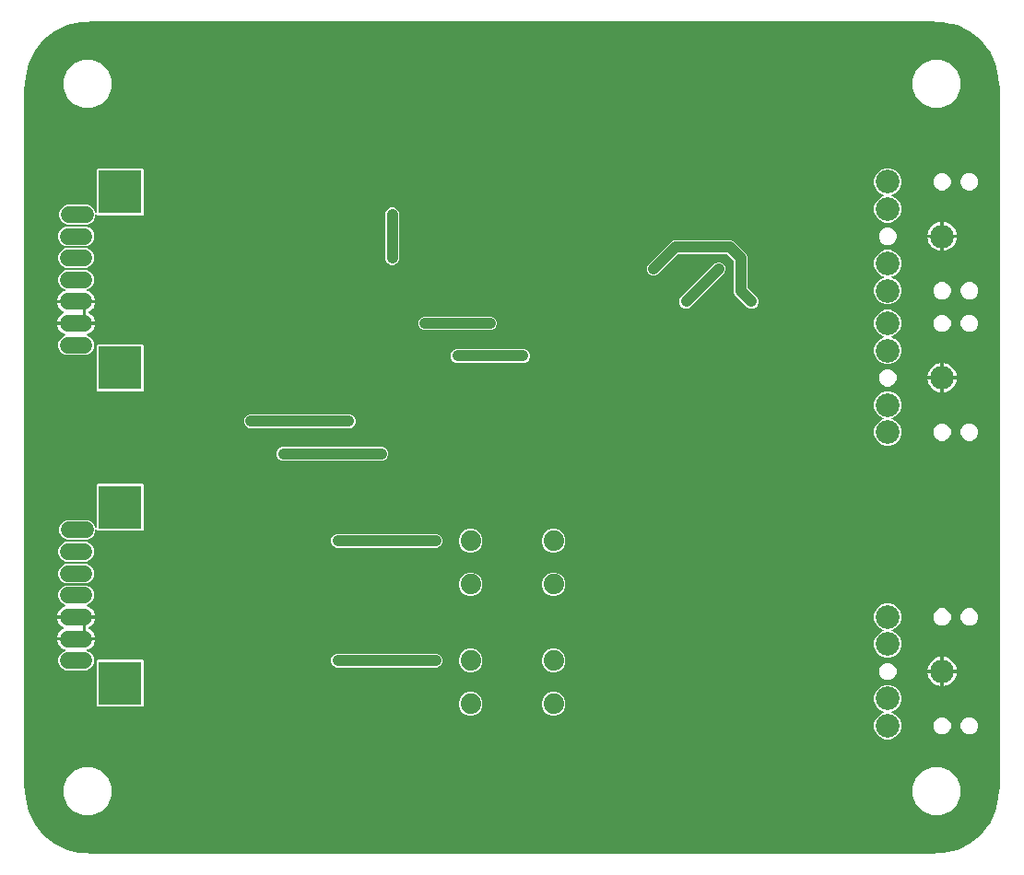
<source format=gbr>
G04 EAGLE Gerber RS-274X export*
G75*
%MOMM*%
%FSLAX34Y34*%
%LPD*%
%INBottom Copper*%
%IPPOS*%
%AMOC8*
5,1,8,0,0,1.08239X$1,22.5*%
G01*
%ADD10C,1.879600*%
%ADD11C,2.184400*%
%ADD12C,1.508000*%
%ADD13R,4.016000X4.016000*%
%ADD14C,0.756400*%
%ADD15C,1.000000*%

G36*
X837868Y2015D02*
X837868Y2015D01*
X837959Y2023D01*
X837989Y2035D01*
X838021Y2040D01*
X838102Y2083D01*
X838186Y2119D01*
X838218Y2145D01*
X838238Y2156D01*
X838261Y2179D01*
X838317Y2224D01*
X838856Y2763D01*
X840000Y2763D01*
X840016Y2765D01*
X840043Y2764D01*
X846366Y3119D01*
X846398Y3126D01*
X846493Y3137D01*
X858822Y5951D01*
X858823Y5952D01*
X858825Y5952D01*
X858983Y6007D01*
X870377Y11495D01*
X870379Y11495D01*
X870380Y11496D01*
X870522Y11585D01*
X880409Y19470D01*
X880410Y19471D01*
X880411Y19472D01*
X880530Y19591D01*
X888415Y29478D01*
X888415Y29479D01*
X888416Y29480D01*
X888505Y29623D01*
X893993Y41017D01*
X893993Y41018D01*
X893994Y41019D01*
X894049Y41178D01*
X896863Y53507D01*
X896865Y53539D01*
X896881Y53634D01*
X897236Y59957D01*
X897234Y59974D01*
X897237Y60000D01*
X897237Y61144D01*
X897776Y61683D01*
X897829Y61757D01*
X897889Y61827D01*
X897901Y61857D01*
X897920Y61883D01*
X897947Y61970D01*
X897981Y62055D01*
X897985Y62096D01*
X897992Y62118D01*
X897991Y62150D01*
X897999Y62222D01*
X897999Y707778D01*
X897985Y707868D01*
X897977Y707959D01*
X897965Y707989D01*
X897960Y708021D01*
X897917Y708102D01*
X897881Y708186D01*
X897855Y708218D01*
X897844Y708238D01*
X897821Y708261D01*
X897776Y708317D01*
X897237Y708856D01*
X897237Y710000D01*
X897235Y710016D01*
X897236Y710043D01*
X896881Y716366D01*
X896874Y716398D01*
X896863Y716493D01*
X894049Y728822D01*
X894048Y728823D01*
X894048Y728825D01*
X893993Y728983D01*
X888506Y740377D01*
X888505Y740379D01*
X888504Y740380D01*
X888415Y740522D01*
X880530Y750409D01*
X880529Y750410D01*
X880528Y750411D01*
X880409Y750530D01*
X870522Y758415D01*
X870521Y758415D01*
X870520Y758416D01*
X870377Y758505D01*
X858983Y763993D01*
X858982Y763993D01*
X858981Y763994D01*
X858822Y764049D01*
X855730Y764755D01*
X852395Y765516D01*
X852394Y765516D01*
X849059Y766277D01*
X846493Y766863D01*
X846461Y766865D01*
X846366Y766881D01*
X840043Y767236D01*
X840026Y767234D01*
X840000Y767237D01*
X838856Y767237D01*
X838317Y767776D01*
X838243Y767829D01*
X838173Y767889D01*
X838143Y767901D01*
X838117Y767920D01*
X838030Y767947D01*
X837945Y767981D01*
X837904Y767985D01*
X837882Y767992D01*
X837850Y767991D01*
X837778Y767999D01*
X62222Y767999D01*
X62132Y767985D01*
X62041Y767977D01*
X62011Y767965D01*
X61979Y767960D01*
X61898Y767917D01*
X61814Y767881D01*
X61782Y767855D01*
X61762Y767844D01*
X61739Y767821D01*
X61683Y767776D01*
X61144Y767237D01*
X60000Y767237D01*
X59984Y767235D01*
X59957Y767236D01*
X53634Y766881D01*
X53602Y766874D01*
X53507Y766863D01*
X41178Y764049D01*
X41177Y764048D01*
X41175Y764048D01*
X41017Y763993D01*
X29623Y758505D01*
X29621Y758505D01*
X29620Y758504D01*
X29478Y758415D01*
X19591Y750530D01*
X19590Y750529D01*
X19589Y750528D01*
X19470Y750409D01*
X11585Y740522D01*
X11585Y740521D01*
X11584Y740520D01*
X11495Y740377D01*
X6007Y728983D01*
X6007Y728982D01*
X6006Y728981D01*
X5951Y728822D01*
X3137Y716493D01*
X3135Y716461D01*
X3119Y716366D01*
X2764Y710043D01*
X2766Y710026D01*
X2763Y710000D01*
X2763Y708856D01*
X2224Y708317D01*
X2171Y708243D01*
X2111Y708173D01*
X2099Y708143D01*
X2080Y708117D01*
X2053Y708030D01*
X2019Y707945D01*
X2015Y707904D01*
X2008Y707882D01*
X2009Y707850D01*
X2001Y707778D01*
X2001Y62222D01*
X2015Y62132D01*
X2023Y62041D01*
X2035Y62011D01*
X2040Y61979D01*
X2083Y61898D01*
X2119Y61814D01*
X2145Y61782D01*
X2156Y61762D01*
X2179Y61739D01*
X2224Y61683D01*
X2763Y61144D01*
X2763Y60000D01*
X2765Y59984D01*
X2764Y59957D01*
X3119Y53634D01*
X3126Y53602D01*
X3137Y53507D01*
X5951Y41178D01*
X5952Y41177D01*
X5952Y41175D01*
X6007Y41017D01*
X11495Y29623D01*
X11495Y29621D01*
X11496Y29620D01*
X11585Y29478D01*
X19470Y19591D01*
X19471Y19590D01*
X19472Y19589D01*
X19591Y19470D01*
X29478Y11585D01*
X29479Y11585D01*
X29480Y11584D01*
X29623Y11495D01*
X41017Y6007D01*
X41018Y6007D01*
X41019Y6006D01*
X41178Y5951D01*
X41728Y5825D01*
X45063Y5064D01*
X48399Y4303D01*
X51734Y3542D01*
X53507Y3137D01*
X53539Y3135D01*
X53634Y3119D01*
X59957Y2764D01*
X59974Y2766D01*
X60000Y2763D01*
X61144Y2763D01*
X61683Y2224D01*
X61757Y2171D01*
X61827Y2111D01*
X61857Y2099D01*
X61883Y2080D01*
X61970Y2053D01*
X62055Y2019D01*
X62096Y2015D01*
X62118Y2008D01*
X62150Y2009D01*
X62222Y2001D01*
X837778Y2001D01*
X837868Y2015D01*
G37*
%LPC*%
G36*
X41117Y580935D02*
X41117Y580935D01*
X37785Y582315D01*
X35235Y584865D01*
X33855Y588197D01*
X33855Y591803D01*
X35235Y595135D01*
X37785Y597685D01*
X41117Y599065D01*
X59803Y599065D01*
X63135Y597685D01*
X65685Y595135D01*
X66931Y592127D01*
X66982Y592044D01*
X67028Y591958D01*
X67046Y591940D01*
X67060Y591918D01*
X67136Y591855D01*
X67206Y591788D01*
X67230Y591777D01*
X67250Y591761D01*
X67341Y591726D01*
X67429Y591685D01*
X67455Y591682D01*
X67479Y591673D01*
X67577Y591668D01*
X67673Y591658D01*
X67699Y591663D01*
X67725Y591662D01*
X67819Y591689D01*
X67914Y591710D01*
X67936Y591723D01*
X67961Y591731D01*
X68041Y591786D01*
X68125Y591836D01*
X68142Y591856D01*
X68163Y591871D01*
X68222Y591949D01*
X68285Y592023D01*
X68295Y592047D01*
X68310Y592068D01*
X68340Y592161D01*
X68377Y592251D01*
X68380Y592284D01*
X68386Y592302D01*
X68386Y592335D01*
X68395Y592418D01*
X68395Y631712D01*
X69288Y632605D01*
X110712Y632605D01*
X111605Y631712D01*
X111605Y590288D01*
X110712Y589395D01*
X69288Y589395D01*
X68364Y590319D01*
X68306Y590361D01*
X68254Y590411D01*
X68207Y590433D01*
X68165Y590463D01*
X68096Y590484D01*
X68031Y590514D01*
X67979Y590520D01*
X67929Y590535D01*
X67858Y590533D01*
X67787Y590541D01*
X67736Y590530D01*
X67684Y590529D01*
X67616Y590504D01*
X67546Y590489D01*
X67501Y590462D01*
X67453Y590445D01*
X67397Y590400D01*
X67335Y590363D01*
X67301Y590323D01*
X67261Y590291D01*
X67222Y590231D01*
X67175Y590176D01*
X67156Y590128D01*
X67128Y590084D01*
X67110Y590014D01*
X67083Y589948D01*
X67075Y589877D01*
X67067Y589845D01*
X67069Y589822D01*
X67065Y589781D01*
X67065Y588197D01*
X65685Y584865D01*
X63135Y582315D01*
X59803Y580935D01*
X41117Y580935D01*
G37*
%LPD*%
%LPC*%
G36*
X41117Y290935D02*
X41117Y290935D01*
X37785Y292315D01*
X35235Y294865D01*
X33855Y298197D01*
X33855Y301803D01*
X35235Y305135D01*
X37785Y307685D01*
X41117Y309065D01*
X59803Y309065D01*
X63135Y307685D01*
X65685Y305135D01*
X66931Y302127D01*
X66982Y302044D01*
X67028Y301958D01*
X67046Y301940D01*
X67060Y301918D01*
X67136Y301855D01*
X67206Y301788D01*
X67230Y301777D01*
X67250Y301761D01*
X67341Y301726D01*
X67429Y301685D01*
X67455Y301682D01*
X67479Y301673D01*
X67577Y301668D01*
X67673Y301658D01*
X67699Y301663D01*
X67725Y301662D01*
X67819Y301689D01*
X67914Y301710D01*
X67936Y301723D01*
X67961Y301731D01*
X68041Y301786D01*
X68125Y301836D01*
X68142Y301856D01*
X68163Y301871D01*
X68222Y301949D01*
X68285Y302023D01*
X68295Y302047D01*
X68310Y302068D01*
X68340Y302161D01*
X68377Y302251D01*
X68380Y302284D01*
X68386Y302302D01*
X68386Y302335D01*
X68395Y302418D01*
X68395Y341712D01*
X69288Y342605D01*
X110712Y342605D01*
X111605Y341712D01*
X111605Y300288D01*
X110712Y299395D01*
X69288Y299395D01*
X68364Y300319D01*
X68306Y300361D01*
X68254Y300411D01*
X68207Y300433D01*
X68165Y300463D01*
X68096Y300484D01*
X68031Y300514D01*
X67979Y300520D01*
X67929Y300535D01*
X67858Y300533D01*
X67787Y300541D01*
X67736Y300530D01*
X67684Y300529D01*
X67616Y300504D01*
X67546Y300489D01*
X67501Y300462D01*
X67453Y300445D01*
X67397Y300400D01*
X67335Y300363D01*
X67301Y300323D01*
X67261Y300291D01*
X67222Y300231D01*
X67175Y300176D01*
X67156Y300128D01*
X67128Y300084D01*
X67110Y300014D01*
X67083Y299948D01*
X67075Y299877D01*
X67067Y299845D01*
X67069Y299822D01*
X67065Y299781D01*
X67065Y298197D01*
X65685Y294865D01*
X63135Y292315D01*
X59803Y290935D01*
X41117Y290935D01*
G37*
%LPD*%
%LPC*%
G36*
X69288Y427395D02*
X69288Y427395D01*
X68395Y428288D01*
X68395Y469712D01*
X69288Y470605D01*
X110712Y470605D01*
X111605Y469712D01*
X111605Y428288D01*
X110712Y427395D01*
X69288Y427395D01*
G37*
%LPD*%
%LPC*%
G36*
X69288Y137395D02*
X69288Y137395D01*
X68395Y138288D01*
X68395Y179712D01*
X69288Y180605D01*
X110712Y180605D01*
X111605Y179712D01*
X111605Y138288D01*
X110712Y137395D01*
X69288Y137395D01*
G37*
%LPD*%
%LPC*%
G36*
X668753Y503729D02*
X668753Y503729D01*
X666448Y504684D01*
X654684Y516448D01*
X653729Y518753D01*
X653729Y547087D01*
X653728Y547094D01*
X653728Y547095D01*
X653727Y547100D01*
X653715Y547177D01*
X653707Y547268D01*
X653695Y547298D01*
X653690Y547330D01*
X653647Y547411D01*
X653611Y547495D01*
X653585Y547527D01*
X653574Y547547D01*
X653551Y547570D01*
X653506Y547626D01*
X647626Y553506D01*
X647552Y553559D01*
X647482Y553619D01*
X647452Y553631D01*
X647426Y553650D01*
X647339Y553677D01*
X647254Y553711D01*
X647213Y553715D01*
X647191Y553722D01*
X647159Y553721D01*
X647087Y553729D01*
X602913Y553729D01*
X602823Y553715D01*
X602732Y553707D01*
X602702Y553695D01*
X602670Y553690D01*
X602589Y553647D01*
X602505Y553611D01*
X602473Y553585D01*
X602453Y553574D01*
X602430Y553551D01*
X602374Y553506D01*
X583552Y534684D01*
X581247Y533729D01*
X578753Y533729D01*
X576448Y534684D01*
X574684Y536448D01*
X573729Y538753D01*
X573729Y541247D01*
X574684Y543552D01*
X596448Y565316D01*
X598753Y566271D01*
X651247Y566271D01*
X653552Y565316D01*
X665316Y553552D01*
X666271Y551247D01*
X666271Y522913D01*
X666285Y522823D01*
X666293Y522732D01*
X666305Y522702D01*
X666310Y522670D01*
X666353Y522589D01*
X666389Y522505D01*
X666415Y522473D01*
X666426Y522453D01*
X666449Y522430D01*
X666494Y522374D01*
X675316Y513552D01*
X676271Y511247D01*
X676271Y508753D01*
X675316Y506448D01*
X673552Y504684D01*
X671247Y503729D01*
X668753Y503729D01*
G37*
%LPD*%
%LPC*%
G36*
X835624Y687999D02*
X835624Y687999D01*
X827538Y691349D01*
X821349Y697538D01*
X817999Y705624D01*
X817999Y714376D01*
X821349Y722462D01*
X827538Y728651D01*
X835624Y732001D01*
X844376Y732001D01*
X852462Y728651D01*
X858651Y722462D01*
X862001Y714376D01*
X862001Y705624D01*
X858651Y697538D01*
X852462Y691349D01*
X844376Y687999D01*
X835624Y687999D01*
G37*
%LPD*%
%LPC*%
G36*
X55624Y687999D02*
X55624Y687999D01*
X47538Y691349D01*
X41349Y697538D01*
X37999Y705624D01*
X37999Y714376D01*
X41349Y722462D01*
X47538Y728651D01*
X55624Y732001D01*
X64376Y732001D01*
X72462Y728651D01*
X78651Y722462D01*
X82001Y714376D01*
X82001Y705624D01*
X78651Y697538D01*
X72462Y691349D01*
X64376Y687999D01*
X55624Y687999D01*
G37*
%LPD*%
%LPC*%
G36*
X55624Y37999D02*
X55624Y37999D01*
X47538Y41349D01*
X41349Y47538D01*
X37999Y55624D01*
X37999Y64376D01*
X41349Y72462D01*
X47538Y78651D01*
X55624Y82001D01*
X64376Y82001D01*
X72462Y78651D01*
X78651Y72462D01*
X82001Y64376D01*
X82001Y55624D01*
X78651Y47538D01*
X72462Y41349D01*
X64376Y37999D01*
X55624Y37999D01*
G37*
%LPD*%
%LPC*%
G36*
X835624Y37999D02*
X835624Y37999D01*
X827538Y41349D01*
X821349Y47538D01*
X817999Y55624D01*
X817999Y64376D01*
X821349Y72462D01*
X827538Y78651D01*
X835624Y82001D01*
X844376Y82001D01*
X852462Y78651D01*
X858651Y72462D01*
X862001Y64376D01*
X862001Y55624D01*
X858651Y47538D01*
X852462Y41349D01*
X844376Y37999D01*
X835624Y37999D01*
G37*
%LPD*%
%LPC*%
G36*
X288753Y283729D02*
X288753Y283729D01*
X286448Y284684D01*
X284684Y286448D01*
X283729Y288753D01*
X283729Y291247D01*
X284684Y293552D01*
X286448Y295316D01*
X288753Y296271D01*
X381247Y296271D01*
X383552Y295316D01*
X385316Y293552D01*
X386271Y291247D01*
X386271Y288753D01*
X385316Y286448D01*
X383552Y284684D01*
X381247Y283729D01*
X288753Y283729D01*
G37*
%LPD*%
%LPC*%
G36*
X238753Y363729D02*
X238753Y363729D01*
X236448Y364684D01*
X234684Y366448D01*
X233729Y368753D01*
X233729Y371247D01*
X234684Y373552D01*
X236448Y375316D01*
X238753Y376271D01*
X331247Y376271D01*
X333552Y375316D01*
X335316Y373552D01*
X336271Y371247D01*
X336271Y368753D01*
X335316Y366448D01*
X333552Y364684D01*
X331247Y363729D01*
X238753Y363729D01*
G37*
%LPD*%
%LPC*%
G36*
X208753Y393729D02*
X208753Y393729D01*
X206448Y394684D01*
X204684Y396448D01*
X203729Y398753D01*
X203729Y401247D01*
X204684Y403552D01*
X206448Y405316D01*
X208753Y406271D01*
X301247Y406271D01*
X303552Y405316D01*
X305316Y403552D01*
X306271Y401247D01*
X306271Y398753D01*
X305316Y396448D01*
X303552Y394684D01*
X301247Y393729D01*
X208753Y393729D01*
G37*
%LPD*%
%LPC*%
G36*
X288753Y173729D02*
X288753Y173729D01*
X286448Y174684D01*
X284684Y176448D01*
X283729Y178753D01*
X283729Y181247D01*
X284684Y183552D01*
X286448Y185316D01*
X288753Y186271D01*
X381247Y186271D01*
X383552Y185316D01*
X385316Y183552D01*
X386271Y181247D01*
X386271Y178753D01*
X385316Y176448D01*
X383552Y174684D01*
X381247Y173729D01*
X288753Y173729D01*
G37*
%LPD*%
%LPC*%
G36*
X792524Y582553D02*
X792524Y582553D01*
X787949Y584448D01*
X784448Y587949D01*
X782553Y592524D01*
X782553Y597476D01*
X784448Y602051D01*
X787949Y605552D01*
X790955Y606797D01*
X791016Y606835D01*
X791081Y606864D01*
X791120Y606899D01*
X791164Y606926D01*
X791210Y606982D01*
X791262Y607030D01*
X791288Y607076D01*
X791321Y607116D01*
X791346Y607183D01*
X791381Y607246D01*
X791390Y607297D01*
X791409Y607345D01*
X791412Y607417D01*
X791425Y607488D01*
X791417Y607539D01*
X791419Y607591D01*
X791399Y607660D01*
X791389Y607731D01*
X791365Y607777D01*
X791351Y607827D01*
X791310Y607886D01*
X791277Y607950D01*
X791240Y607987D01*
X791211Y608029D01*
X791153Y608072D01*
X791102Y608122D01*
X791039Y608157D01*
X791013Y608176D01*
X790991Y608183D01*
X790955Y608203D01*
X787949Y609448D01*
X784448Y612949D01*
X782553Y617524D01*
X782553Y622476D01*
X784448Y627051D01*
X787949Y630552D01*
X792524Y632447D01*
X797476Y632447D01*
X802051Y630552D01*
X805552Y627051D01*
X807447Y622476D01*
X807447Y617524D01*
X805552Y612949D01*
X802051Y609448D01*
X799045Y608203D01*
X798984Y608165D01*
X798919Y608136D01*
X798880Y608101D01*
X798836Y608074D01*
X798790Y608018D01*
X798738Y607970D01*
X798712Y607924D01*
X798679Y607884D01*
X798654Y607817D01*
X798619Y607754D01*
X798610Y607703D01*
X798591Y607655D01*
X798588Y607583D01*
X798575Y607512D01*
X798583Y607461D01*
X798581Y607409D01*
X798601Y607340D01*
X798611Y607269D01*
X798635Y607223D01*
X798649Y607173D01*
X798690Y607114D01*
X798723Y607050D01*
X798760Y607013D01*
X798789Y606971D01*
X798847Y606928D01*
X798898Y606878D01*
X798961Y606843D01*
X798987Y606824D01*
X799009Y606817D01*
X799045Y606797D01*
X802051Y605552D01*
X805552Y602051D01*
X807447Y597476D01*
X807447Y592524D01*
X805552Y587949D01*
X802051Y584448D01*
X797476Y582553D01*
X792524Y582553D01*
G37*
%LPD*%
%LPC*%
G36*
X792524Y182553D02*
X792524Y182553D01*
X787949Y184448D01*
X784448Y187949D01*
X782553Y192524D01*
X782553Y197476D01*
X784448Y202051D01*
X787949Y205552D01*
X790955Y206797D01*
X791016Y206835D01*
X791081Y206864D01*
X791120Y206899D01*
X791164Y206926D01*
X791210Y206982D01*
X791262Y207030D01*
X791288Y207076D01*
X791321Y207116D01*
X791346Y207183D01*
X791381Y207246D01*
X791390Y207297D01*
X791409Y207345D01*
X791412Y207417D01*
X791425Y207488D01*
X791417Y207539D01*
X791419Y207591D01*
X791399Y207660D01*
X791389Y207731D01*
X791365Y207777D01*
X791351Y207827D01*
X791310Y207886D01*
X791277Y207950D01*
X791240Y207987D01*
X791211Y208029D01*
X791153Y208072D01*
X791102Y208122D01*
X791039Y208157D01*
X791013Y208176D01*
X790991Y208183D01*
X790955Y208203D01*
X787949Y209448D01*
X784448Y212949D01*
X782553Y217524D01*
X782553Y222476D01*
X784448Y227051D01*
X787949Y230552D01*
X792524Y232447D01*
X797476Y232447D01*
X802051Y230552D01*
X805552Y227051D01*
X807447Y222476D01*
X807447Y217524D01*
X805552Y212949D01*
X802051Y209448D01*
X799045Y208203D01*
X798984Y208165D01*
X798919Y208136D01*
X798880Y208101D01*
X798836Y208074D01*
X798790Y208018D01*
X798738Y207970D01*
X798712Y207924D01*
X798679Y207884D01*
X798654Y207817D01*
X798619Y207754D01*
X798610Y207703D01*
X798591Y207655D01*
X798588Y207583D01*
X798575Y207512D01*
X798583Y207461D01*
X798581Y207409D01*
X798601Y207340D01*
X798611Y207269D01*
X798635Y207223D01*
X798649Y207173D01*
X798690Y207114D01*
X798723Y207050D01*
X798760Y207013D01*
X798789Y206971D01*
X798847Y206928D01*
X798898Y206878D01*
X798961Y206843D01*
X798987Y206824D01*
X799009Y206817D01*
X799045Y206797D01*
X802051Y205552D01*
X805552Y202051D01*
X807447Y197476D01*
X807447Y192524D01*
X805552Y187949D01*
X802051Y184448D01*
X797476Y182553D01*
X792524Y182553D01*
G37*
%LPD*%
%LPC*%
G36*
X792524Y507553D02*
X792524Y507553D01*
X787949Y509448D01*
X784448Y512949D01*
X782553Y517524D01*
X782553Y522476D01*
X784448Y527051D01*
X787949Y530552D01*
X790955Y531797D01*
X791016Y531835D01*
X791081Y531864D01*
X791120Y531899D01*
X791164Y531926D01*
X791210Y531982D01*
X791262Y532030D01*
X791288Y532076D01*
X791321Y532116D01*
X791346Y532183D01*
X791381Y532246D01*
X791390Y532297D01*
X791409Y532345D01*
X791412Y532417D01*
X791425Y532488D01*
X791417Y532539D01*
X791419Y532591D01*
X791399Y532660D01*
X791389Y532731D01*
X791365Y532777D01*
X791351Y532827D01*
X791310Y532886D01*
X791277Y532950D01*
X791240Y532987D01*
X791211Y533029D01*
X791153Y533072D01*
X791102Y533122D01*
X791039Y533157D01*
X791013Y533176D01*
X790991Y533183D01*
X790955Y533203D01*
X787949Y534448D01*
X784448Y537949D01*
X782553Y542524D01*
X782553Y547476D01*
X784448Y552051D01*
X787949Y555552D01*
X792524Y557447D01*
X797476Y557447D01*
X802051Y555552D01*
X805552Y552051D01*
X807447Y547476D01*
X807447Y542524D01*
X805552Y537949D01*
X802051Y534448D01*
X799045Y533203D01*
X798984Y533165D01*
X798919Y533136D01*
X798880Y533101D01*
X798836Y533074D01*
X798790Y533018D01*
X798738Y532970D01*
X798712Y532924D01*
X798679Y532884D01*
X798654Y532817D01*
X798619Y532754D01*
X798610Y532703D01*
X798591Y532655D01*
X798588Y532583D01*
X798575Y532512D01*
X798583Y532461D01*
X798581Y532409D01*
X798601Y532340D01*
X798611Y532269D01*
X798635Y532223D01*
X798649Y532173D01*
X798690Y532114D01*
X798723Y532050D01*
X798760Y532013D01*
X798789Y531971D01*
X798847Y531928D01*
X798898Y531878D01*
X798961Y531843D01*
X798987Y531824D01*
X799009Y531817D01*
X799045Y531797D01*
X802051Y530552D01*
X805552Y527051D01*
X807447Y522476D01*
X807447Y517524D01*
X805552Y512949D01*
X802051Y509448D01*
X797476Y507553D01*
X792524Y507553D01*
G37*
%LPD*%
%LPC*%
G36*
X792524Y107553D02*
X792524Y107553D01*
X787949Y109448D01*
X784448Y112949D01*
X782553Y117524D01*
X782553Y122476D01*
X784448Y127051D01*
X787949Y130552D01*
X790955Y131797D01*
X791016Y131835D01*
X791081Y131864D01*
X791120Y131899D01*
X791164Y131926D01*
X791210Y131982D01*
X791262Y132030D01*
X791288Y132076D01*
X791321Y132116D01*
X791346Y132183D01*
X791381Y132246D01*
X791390Y132297D01*
X791409Y132345D01*
X791412Y132417D01*
X791425Y132488D01*
X791417Y132539D01*
X791419Y132591D01*
X791399Y132660D01*
X791389Y132731D01*
X791365Y132777D01*
X791351Y132827D01*
X791310Y132886D01*
X791277Y132950D01*
X791240Y132987D01*
X791211Y133029D01*
X791153Y133072D01*
X791102Y133122D01*
X791039Y133157D01*
X791013Y133176D01*
X790991Y133183D01*
X790955Y133203D01*
X787949Y134448D01*
X784448Y137949D01*
X782553Y142524D01*
X782553Y147476D01*
X784448Y152051D01*
X787949Y155552D01*
X792524Y157447D01*
X797476Y157447D01*
X802051Y155552D01*
X805552Y152051D01*
X807447Y147476D01*
X807447Y142524D01*
X805552Y137949D01*
X802051Y134448D01*
X799045Y133203D01*
X798984Y133165D01*
X798919Y133136D01*
X798880Y133101D01*
X798836Y133074D01*
X798790Y133018D01*
X798738Y132970D01*
X798712Y132924D01*
X798679Y132884D01*
X798654Y132817D01*
X798619Y132754D01*
X798610Y132703D01*
X798591Y132655D01*
X798588Y132583D01*
X798575Y132512D01*
X798583Y132461D01*
X798581Y132409D01*
X798601Y132340D01*
X798611Y132269D01*
X798635Y132223D01*
X798649Y132173D01*
X798690Y132114D01*
X798723Y132050D01*
X798760Y132013D01*
X798789Y131971D01*
X798847Y131928D01*
X798898Y131878D01*
X798961Y131843D01*
X798987Y131824D01*
X799009Y131817D01*
X799045Y131797D01*
X802051Y130552D01*
X805552Y127051D01*
X807447Y122476D01*
X807447Y117524D01*
X805552Y112949D01*
X802051Y109448D01*
X797476Y107553D01*
X792524Y107553D01*
G37*
%LPD*%
%LPC*%
G36*
X792524Y377553D02*
X792524Y377553D01*
X787949Y379448D01*
X784448Y382949D01*
X782553Y387524D01*
X782553Y392476D01*
X784448Y397051D01*
X787949Y400552D01*
X790955Y401797D01*
X791016Y401835D01*
X791081Y401864D01*
X791120Y401899D01*
X791164Y401926D01*
X791210Y401982D01*
X791262Y402030D01*
X791288Y402076D01*
X791321Y402116D01*
X791346Y402183D01*
X791381Y402246D01*
X791390Y402297D01*
X791409Y402345D01*
X791412Y402417D01*
X791425Y402488D01*
X791417Y402539D01*
X791419Y402591D01*
X791399Y402660D01*
X791389Y402731D01*
X791365Y402777D01*
X791351Y402827D01*
X791310Y402886D01*
X791277Y402950D01*
X791240Y402987D01*
X791211Y403029D01*
X791153Y403072D01*
X791102Y403122D01*
X791039Y403157D01*
X791013Y403176D01*
X790991Y403183D01*
X790955Y403203D01*
X787949Y404448D01*
X784448Y407949D01*
X782553Y412524D01*
X782553Y417476D01*
X784448Y422051D01*
X787949Y425552D01*
X792524Y427447D01*
X797476Y427447D01*
X802051Y425552D01*
X805552Y422051D01*
X807447Y417476D01*
X807447Y412524D01*
X805552Y407949D01*
X802051Y404448D01*
X799045Y403203D01*
X798984Y403165D01*
X798919Y403136D01*
X798880Y403101D01*
X798836Y403074D01*
X798790Y403018D01*
X798738Y402970D01*
X798712Y402924D01*
X798679Y402884D01*
X798654Y402817D01*
X798619Y402754D01*
X798610Y402703D01*
X798591Y402655D01*
X798588Y402583D01*
X798575Y402512D01*
X798583Y402461D01*
X798581Y402409D01*
X798601Y402340D01*
X798611Y402269D01*
X798635Y402223D01*
X798649Y402173D01*
X798690Y402114D01*
X798723Y402050D01*
X798760Y402013D01*
X798789Y401971D01*
X798847Y401928D01*
X798898Y401878D01*
X798961Y401843D01*
X798987Y401824D01*
X799009Y401817D01*
X799045Y401797D01*
X802051Y400552D01*
X805552Y397051D01*
X807447Y392476D01*
X807447Y387524D01*
X805552Y382949D01*
X802051Y379448D01*
X797476Y377553D01*
X792524Y377553D01*
G37*
%LPD*%
%LPC*%
G36*
X792524Y452553D02*
X792524Y452553D01*
X787949Y454448D01*
X784448Y457949D01*
X782553Y462524D01*
X782553Y467476D01*
X784448Y472051D01*
X787949Y475552D01*
X790955Y476797D01*
X791016Y476835D01*
X791081Y476864D01*
X791120Y476899D01*
X791164Y476926D01*
X791210Y476982D01*
X791262Y477030D01*
X791288Y477076D01*
X791321Y477116D01*
X791346Y477183D01*
X791381Y477246D01*
X791390Y477297D01*
X791409Y477345D01*
X791412Y477417D01*
X791425Y477488D01*
X791417Y477539D01*
X791419Y477591D01*
X791399Y477660D01*
X791389Y477731D01*
X791365Y477777D01*
X791351Y477827D01*
X791310Y477886D01*
X791277Y477950D01*
X791240Y477987D01*
X791211Y478029D01*
X791153Y478072D01*
X791102Y478122D01*
X791039Y478157D01*
X791013Y478176D01*
X790991Y478183D01*
X790955Y478203D01*
X787949Y479448D01*
X784448Y482949D01*
X782553Y487524D01*
X782553Y492476D01*
X784448Y497051D01*
X787949Y500552D01*
X792524Y502447D01*
X797476Y502447D01*
X802051Y500552D01*
X805552Y497051D01*
X807447Y492476D01*
X807447Y487524D01*
X805552Y482949D01*
X802051Y479448D01*
X799045Y478203D01*
X798984Y478165D01*
X798919Y478136D01*
X798880Y478101D01*
X798836Y478074D01*
X798790Y478018D01*
X798738Y477970D01*
X798712Y477924D01*
X798679Y477884D01*
X798654Y477817D01*
X798619Y477754D01*
X798610Y477703D01*
X798591Y477655D01*
X798588Y477583D01*
X798575Y477512D01*
X798583Y477461D01*
X798581Y477409D01*
X798601Y477340D01*
X798611Y477269D01*
X798635Y477223D01*
X798649Y477173D01*
X798690Y477114D01*
X798723Y477050D01*
X798760Y477013D01*
X798789Y476971D01*
X798847Y476928D01*
X798898Y476878D01*
X798961Y476843D01*
X798987Y476824D01*
X799009Y476817D01*
X799045Y476797D01*
X802051Y475552D01*
X805552Y472051D01*
X807447Y467476D01*
X807447Y462524D01*
X805552Y457949D01*
X802051Y454448D01*
X797476Y452553D01*
X792524Y452553D01*
G37*
%LPD*%
%LPC*%
G36*
X368753Y483729D02*
X368753Y483729D01*
X366448Y484684D01*
X364684Y486448D01*
X363729Y488753D01*
X363729Y491247D01*
X364684Y493552D01*
X366448Y495316D01*
X368753Y496271D01*
X431247Y496271D01*
X433552Y495316D01*
X435316Y493552D01*
X436271Y491247D01*
X436271Y488753D01*
X435316Y486448D01*
X433552Y484684D01*
X431247Y483729D01*
X368753Y483729D01*
G37*
%LPD*%
%LPC*%
G36*
X398753Y453729D02*
X398753Y453729D01*
X396448Y454684D01*
X394684Y456448D01*
X393729Y458753D01*
X393729Y461247D01*
X394684Y463552D01*
X396448Y465316D01*
X398753Y466271D01*
X461247Y466271D01*
X463552Y465316D01*
X465316Y463552D01*
X466271Y461247D01*
X466271Y458753D01*
X465316Y456448D01*
X463552Y454684D01*
X461247Y453729D01*
X398753Y453729D01*
G37*
%LPD*%
%LPC*%
G36*
X56999Y219999D02*
X56999Y219999D01*
X56999Y220762D01*
X56996Y220782D01*
X56998Y220801D01*
X56976Y220903D01*
X56959Y221005D01*
X56950Y221022D01*
X56946Y221042D01*
X56893Y221131D01*
X56844Y221222D01*
X56830Y221236D01*
X56820Y221253D01*
X56741Y221320D01*
X56666Y221391D01*
X56648Y221400D01*
X56633Y221413D01*
X56537Y221452D01*
X56443Y221495D01*
X56423Y221497D01*
X56405Y221505D01*
X56238Y221523D01*
X31955Y221523D01*
X32087Y222361D01*
X32578Y223870D01*
X33298Y225283D01*
X34231Y226567D01*
X35353Y227689D01*
X36637Y228622D01*
X38050Y229342D01*
X39401Y229781D01*
X39491Y229828D01*
X39584Y229869D01*
X39600Y229884D01*
X39620Y229894D01*
X39690Y229967D01*
X39765Y230035D01*
X39776Y230055D01*
X39791Y230071D01*
X39835Y230162D01*
X39884Y230251D01*
X39888Y230273D01*
X39897Y230293D01*
X39909Y230393D01*
X39927Y230493D01*
X39924Y230515D01*
X39927Y230537D01*
X39906Y230636D01*
X39891Y230736D01*
X39881Y230756D01*
X39877Y230778D01*
X39826Y230865D01*
X39780Y230955D01*
X39764Y230971D01*
X39753Y230990D01*
X39677Y231056D01*
X39604Y231128D01*
X39580Y231141D01*
X39568Y231152D01*
X39538Y231164D01*
X39457Y231208D01*
X36785Y232315D01*
X34235Y234865D01*
X32855Y238197D01*
X32855Y241803D01*
X34235Y245135D01*
X36785Y247685D01*
X40117Y249065D01*
X58803Y249065D01*
X62135Y247685D01*
X64685Y245135D01*
X66065Y241803D01*
X66065Y238197D01*
X64685Y234865D01*
X62135Y232315D01*
X59463Y231208D01*
X59376Y231155D01*
X59287Y231107D01*
X59272Y231091D01*
X59254Y231079D01*
X59189Y231001D01*
X59120Y230927D01*
X59111Y230906D01*
X59097Y230889D01*
X59060Y230795D01*
X59019Y230703D01*
X59016Y230680D01*
X59009Y230660D01*
X59004Y230559D01*
X58994Y230458D01*
X58999Y230436D01*
X58998Y230414D01*
X59026Y230317D01*
X59049Y230218D01*
X59060Y230199D01*
X59067Y230178D01*
X59124Y230095D01*
X59177Y230008D01*
X59194Y229994D01*
X59207Y229976D01*
X59288Y229915D01*
X59366Y229850D01*
X59391Y229839D01*
X59404Y229829D01*
X59435Y229819D01*
X59519Y229781D01*
X60870Y229342D01*
X62283Y228622D01*
X63567Y227689D01*
X64689Y226567D01*
X65622Y225283D01*
X66342Y223870D01*
X66833Y222361D01*
X66965Y221523D01*
X57762Y221523D01*
X57742Y221520D01*
X57723Y221522D01*
X57621Y221500D01*
X57519Y221483D01*
X57502Y221474D01*
X57482Y221470D01*
X57393Y221417D01*
X57302Y221368D01*
X57288Y221354D01*
X57271Y221344D01*
X57204Y221265D01*
X57133Y221190D01*
X57124Y221172D01*
X57111Y221157D01*
X57073Y221061D01*
X57029Y220967D01*
X57027Y220947D01*
X57019Y220929D01*
X57001Y220762D01*
X57001Y219999D01*
X56999Y219999D01*
G37*
%LPD*%
%LPC*%
G36*
X56999Y509999D02*
X56999Y509999D01*
X56999Y510762D01*
X56996Y510782D01*
X56998Y510801D01*
X56976Y510903D01*
X56959Y511005D01*
X56950Y511022D01*
X56946Y511042D01*
X56893Y511131D01*
X56844Y511222D01*
X56830Y511236D01*
X56820Y511253D01*
X56741Y511320D01*
X56666Y511391D01*
X56648Y511400D01*
X56633Y511413D01*
X56537Y511452D01*
X56443Y511495D01*
X56423Y511497D01*
X56405Y511505D01*
X56238Y511523D01*
X31955Y511523D01*
X32087Y512361D01*
X32578Y513870D01*
X33298Y515283D01*
X34231Y516567D01*
X35353Y517689D01*
X36637Y518622D01*
X38050Y519342D01*
X39401Y519781D01*
X39491Y519828D01*
X39584Y519869D01*
X39600Y519884D01*
X39620Y519894D01*
X39690Y519967D01*
X39765Y520035D01*
X39776Y520055D01*
X39791Y520071D01*
X39835Y520162D01*
X39884Y520251D01*
X39888Y520273D01*
X39897Y520293D01*
X39909Y520393D01*
X39927Y520493D01*
X39924Y520515D01*
X39927Y520537D01*
X39906Y520636D01*
X39891Y520736D01*
X39881Y520756D01*
X39877Y520778D01*
X39826Y520865D01*
X39780Y520955D01*
X39764Y520971D01*
X39753Y520990D01*
X39677Y521056D01*
X39604Y521128D01*
X39580Y521141D01*
X39568Y521152D01*
X39538Y521164D01*
X39457Y521208D01*
X36785Y522315D01*
X34235Y524865D01*
X32855Y528197D01*
X32855Y531803D01*
X34235Y535135D01*
X36785Y537685D01*
X40117Y539065D01*
X58803Y539065D01*
X62135Y537685D01*
X64685Y535135D01*
X66065Y531803D01*
X66065Y528197D01*
X64685Y524865D01*
X62135Y522315D01*
X59463Y521208D01*
X59376Y521155D01*
X59287Y521107D01*
X59272Y521091D01*
X59254Y521079D01*
X59189Y521001D01*
X59120Y520927D01*
X59111Y520906D01*
X59097Y520889D01*
X59060Y520795D01*
X59019Y520703D01*
X59016Y520680D01*
X59009Y520660D01*
X59004Y520559D01*
X58994Y520458D01*
X58999Y520436D01*
X58998Y520414D01*
X59026Y520317D01*
X59049Y520218D01*
X59060Y520199D01*
X59067Y520178D01*
X59124Y520095D01*
X59177Y520008D01*
X59194Y519994D01*
X59207Y519976D01*
X59288Y519915D01*
X59366Y519850D01*
X59391Y519839D01*
X59404Y519829D01*
X59435Y519819D01*
X59519Y519781D01*
X60870Y519342D01*
X62283Y518622D01*
X63567Y517689D01*
X64689Y516567D01*
X65622Y515283D01*
X66342Y513870D01*
X66833Y512361D01*
X66965Y511523D01*
X57762Y511523D01*
X57742Y511520D01*
X57723Y511522D01*
X57621Y511500D01*
X57519Y511483D01*
X57502Y511474D01*
X57482Y511470D01*
X57393Y511417D01*
X57302Y511368D01*
X57288Y511354D01*
X57271Y511344D01*
X57204Y511265D01*
X57133Y511190D01*
X57124Y511172D01*
X57111Y511157D01*
X57073Y511061D01*
X57029Y510967D01*
X57027Y510947D01*
X57019Y510929D01*
X57001Y510762D01*
X57001Y509999D01*
X56999Y509999D01*
G37*
%LPD*%
%LPC*%
G36*
X40117Y460935D02*
X40117Y460935D01*
X36785Y462315D01*
X34235Y464865D01*
X32855Y468197D01*
X32855Y471803D01*
X34235Y475135D01*
X36785Y477685D01*
X39457Y478792D01*
X39544Y478845D01*
X39633Y478893D01*
X39648Y478909D01*
X39666Y478921D01*
X39731Y478999D01*
X39800Y479073D01*
X39809Y479094D01*
X39823Y479111D01*
X39860Y479205D01*
X39901Y479297D01*
X39904Y479320D01*
X39911Y479340D01*
X39916Y479441D01*
X39926Y479542D01*
X39921Y479564D01*
X39922Y479586D01*
X39894Y479683D01*
X39871Y479782D01*
X39860Y479801D01*
X39853Y479822D01*
X39796Y479905D01*
X39743Y479992D01*
X39726Y480006D01*
X39713Y480024D01*
X39632Y480085D01*
X39554Y480150D01*
X39529Y480161D01*
X39516Y480171D01*
X39485Y480181D01*
X39401Y480219D01*
X38050Y480658D01*
X36637Y481378D01*
X35353Y482311D01*
X34231Y483433D01*
X33298Y484717D01*
X32578Y486130D01*
X32087Y487639D01*
X31955Y488477D01*
X56238Y488477D01*
X56258Y488480D01*
X56277Y488478D01*
X56379Y488500D01*
X56481Y488517D01*
X56498Y488526D01*
X56518Y488530D01*
X56607Y488583D01*
X56698Y488632D01*
X56712Y488646D01*
X56729Y488656D01*
X56796Y488735D01*
X56867Y488810D01*
X56876Y488828D01*
X56889Y488843D01*
X56927Y488939D01*
X56971Y489033D01*
X56973Y489053D01*
X56981Y489071D01*
X56999Y489238D01*
X56999Y490001D01*
X57001Y490001D01*
X57001Y489238D01*
X57004Y489218D01*
X57002Y489199D01*
X57024Y489097D01*
X57041Y488995D01*
X57050Y488978D01*
X57054Y488958D01*
X57107Y488869D01*
X57156Y488778D01*
X57170Y488764D01*
X57180Y488747D01*
X57259Y488680D01*
X57334Y488609D01*
X57352Y488600D01*
X57367Y488587D01*
X57463Y488548D01*
X57557Y488505D01*
X57577Y488503D01*
X57595Y488495D01*
X57762Y488477D01*
X66965Y488477D01*
X66833Y487639D01*
X66342Y486130D01*
X65622Y484717D01*
X64689Y483433D01*
X63567Y482311D01*
X62283Y481378D01*
X60870Y480658D01*
X59519Y480219D01*
X59429Y480172D01*
X59336Y480131D01*
X59320Y480116D01*
X59300Y480106D01*
X59230Y480033D01*
X59155Y479965D01*
X59144Y479945D01*
X59129Y479929D01*
X59085Y479838D01*
X59036Y479749D01*
X59032Y479727D01*
X59023Y479707D01*
X59011Y479607D01*
X58993Y479507D01*
X58996Y479485D01*
X58993Y479463D01*
X59014Y479364D01*
X59029Y479264D01*
X59039Y479244D01*
X59043Y479222D01*
X59094Y479135D01*
X59140Y479045D01*
X59156Y479029D01*
X59167Y479010D01*
X59243Y478944D01*
X59316Y478872D01*
X59340Y478859D01*
X59352Y478848D01*
X59382Y478836D01*
X59463Y478792D01*
X62135Y477685D01*
X64685Y475135D01*
X66065Y471803D01*
X66065Y468197D01*
X64685Y464865D01*
X62135Y462315D01*
X58803Y460935D01*
X40117Y460935D01*
G37*
%LPD*%
%LPC*%
G36*
X40117Y170935D02*
X40117Y170935D01*
X36785Y172315D01*
X34235Y174865D01*
X32855Y178197D01*
X32855Y181803D01*
X34235Y185135D01*
X36785Y187685D01*
X39457Y188792D01*
X39544Y188845D01*
X39633Y188893D01*
X39648Y188909D01*
X39666Y188921D01*
X39731Y188999D01*
X39800Y189073D01*
X39809Y189094D01*
X39823Y189111D01*
X39860Y189205D01*
X39901Y189297D01*
X39904Y189320D01*
X39911Y189340D01*
X39916Y189441D01*
X39926Y189542D01*
X39921Y189564D01*
X39922Y189586D01*
X39894Y189683D01*
X39871Y189782D01*
X39860Y189801D01*
X39853Y189822D01*
X39796Y189905D01*
X39743Y189992D01*
X39726Y190006D01*
X39713Y190024D01*
X39632Y190085D01*
X39554Y190150D01*
X39529Y190161D01*
X39516Y190171D01*
X39485Y190181D01*
X39401Y190219D01*
X38050Y190658D01*
X36637Y191378D01*
X35353Y192311D01*
X34231Y193433D01*
X33298Y194717D01*
X32578Y196130D01*
X32087Y197639D01*
X31955Y198477D01*
X56238Y198477D01*
X56258Y198480D01*
X56277Y198478D01*
X56379Y198500D01*
X56481Y198517D01*
X56498Y198526D01*
X56518Y198530D01*
X56607Y198583D01*
X56698Y198632D01*
X56712Y198646D01*
X56729Y198656D01*
X56796Y198735D01*
X56867Y198810D01*
X56876Y198828D01*
X56889Y198843D01*
X56927Y198939D01*
X56971Y199033D01*
X56973Y199053D01*
X56981Y199071D01*
X56999Y199238D01*
X56999Y200001D01*
X57001Y200001D01*
X57001Y199238D01*
X57004Y199218D01*
X57002Y199199D01*
X57024Y199097D01*
X57041Y198995D01*
X57050Y198978D01*
X57054Y198958D01*
X57107Y198869D01*
X57156Y198778D01*
X57170Y198764D01*
X57180Y198747D01*
X57259Y198680D01*
X57334Y198609D01*
X57352Y198600D01*
X57367Y198587D01*
X57463Y198548D01*
X57557Y198505D01*
X57577Y198503D01*
X57595Y198495D01*
X57762Y198477D01*
X66965Y198477D01*
X66833Y197639D01*
X66342Y196130D01*
X65622Y194717D01*
X64689Y193433D01*
X63567Y192311D01*
X62283Y191378D01*
X60870Y190658D01*
X59519Y190219D01*
X59429Y190172D01*
X59336Y190131D01*
X59320Y190116D01*
X59300Y190106D01*
X59230Y190033D01*
X59155Y189965D01*
X59144Y189945D01*
X59129Y189929D01*
X59085Y189838D01*
X59036Y189749D01*
X59032Y189727D01*
X59023Y189707D01*
X59011Y189607D01*
X58993Y189507D01*
X58996Y189485D01*
X58993Y189463D01*
X59014Y189364D01*
X59029Y189264D01*
X59039Y189244D01*
X59043Y189222D01*
X59094Y189135D01*
X59140Y189045D01*
X59156Y189029D01*
X59167Y189010D01*
X59243Y188944D01*
X59316Y188872D01*
X59340Y188859D01*
X59352Y188848D01*
X59382Y188836D01*
X59463Y188792D01*
X62135Y187685D01*
X64685Y185135D01*
X66065Y181803D01*
X66065Y178197D01*
X64685Y174865D01*
X62135Y172315D01*
X58803Y170935D01*
X40117Y170935D01*
G37*
%LPD*%
%LPC*%
G36*
X608753Y503729D02*
X608753Y503729D01*
X606448Y504684D01*
X604684Y506448D01*
X603729Y508753D01*
X603729Y511247D01*
X604684Y513552D01*
X636448Y545316D01*
X638753Y546271D01*
X641247Y546271D01*
X643552Y545316D01*
X645316Y543552D01*
X646271Y541247D01*
X646271Y538753D01*
X645316Y536448D01*
X613552Y504684D01*
X611247Y503729D01*
X608753Y503729D01*
G37*
%LPD*%
%LPC*%
G36*
X338753Y543729D02*
X338753Y543729D01*
X336448Y544684D01*
X334684Y546448D01*
X333729Y548753D01*
X333729Y591247D01*
X334684Y593552D01*
X336448Y595316D01*
X338753Y596271D01*
X341247Y596271D01*
X343552Y595316D01*
X345316Y593552D01*
X346271Y591247D01*
X346271Y548753D01*
X345316Y546448D01*
X343552Y544684D01*
X341247Y543729D01*
X338753Y543729D01*
G37*
%LPD*%
%LPC*%
G36*
X40117Y560935D02*
X40117Y560935D01*
X36785Y562315D01*
X34235Y564865D01*
X32855Y568197D01*
X32855Y571803D01*
X34235Y575135D01*
X36785Y577685D01*
X40117Y579065D01*
X58803Y579065D01*
X62135Y577685D01*
X64685Y575135D01*
X66065Y571803D01*
X66065Y568197D01*
X64685Y564865D01*
X62135Y562315D01*
X58803Y560935D01*
X40117Y560935D01*
G37*
%LPD*%
%LPC*%
G36*
X40117Y270935D02*
X40117Y270935D01*
X36785Y272315D01*
X34235Y274865D01*
X32855Y278197D01*
X32855Y281803D01*
X34235Y285135D01*
X36785Y287685D01*
X40117Y289065D01*
X58803Y289065D01*
X62135Y287685D01*
X64685Y285135D01*
X66065Y281803D01*
X66065Y278197D01*
X64685Y274865D01*
X62135Y272315D01*
X58803Y270935D01*
X40117Y270935D01*
G37*
%LPD*%
%LPC*%
G36*
X40117Y540935D02*
X40117Y540935D01*
X36785Y542315D01*
X34235Y544865D01*
X32855Y548197D01*
X32855Y551803D01*
X34235Y555135D01*
X36785Y557685D01*
X40117Y559065D01*
X58803Y559065D01*
X62135Y557685D01*
X64685Y555135D01*
X66065Y551803D01*
X66065Y548197D01*
X64685Y544865D01*
X62135Y542315D01*
X58803Y540935D01*
X40117Y540935D01*
G37*
%LPD*%
%LPC*%
G36*
X40117Y250935D02*
X40117Y250935D01*
X36785Y252315D01*
X34235Y254865D01*
X32855Y258197D01*
X32855Y261803D01*
X34235Y265135D01*
X36785Y267685D01*
X40117Y269065D01*
X58803Y269065D01*
X62135Y267685D01*
X64685Y265135D01*
X66065Y261803D01*
X66065Y258197D01*
X64685Y254865D01*
X62135Y252315D01*
X58803Y250935D01*
X40117Y250935D01*
G37*
%LPD*%
%LPC*%
G36*
X485927Y169077D02*
X485927Y169077D01*
X481913Y170740D01*
X478840Y173813D01*
X477177Y177827D01*
X477177Y182173D01*
X478840Y186187D01*
X481913Y189260D01*
X485927Y190923D01*
X490273Y190923D01*
X494287Y189260D01*
X497360Y186187D01*
X499023Y182173D01*
X499023Y177827D01*
X497360Y173813D01*
X494287Y170740D01*
X490273Y169077D01*
X485927Y169077D01*
G37*
%LPD*%
%LPC*%
G36*
X485927Y279077D02*
X485927Y279077D01*
X481913Y280740D01*
X478840Y283813D01*
X477177Y287827D01*
X477177Y292173D01*
X478840Y296187D01*
X481913Y299260D01*
X485927Y300923D01*
X490273Y300923D01*
X494287Y299260D01*
X497360Y296187D01*
X499023Y292173D01*
X499023Y287827D01*
X497360Y283813D01*
X494287Y280740D01*
X490273Y279077D01*
X485927Y279077D01*
G37*
%LPD*%
%LPC*%
G36*
X409727Y279077D02*
X409727Y279077D01*
X405713Y280740D01*
X402640Y283813D01*
X400977Y287827D01*
X400977Y292173D01*
X402640Y296187D01*
X405713Y299260D01*
X409727Y300923D01*
X414073Y300923D01*
X418087Y299260D01*
X421160Y296187D01*
X422823Y292173D01*
X422823Y287827D01*
X421160Y283813D01*
X418087Y280740D01*
X414073Y279077D01*
X409727Y279077D01*
G37*
%LPD*%
%LPC*%
G36*
X409727Y239077D02*
X409727Y239077D01*
X405713Y240740D01*
X402640Y243813D01*
X400977Y247827D01*
X400977Y252173D01*
X402640Y256187D01*
X405713Y259260D01*
X409727Y260923D01*
X414073Y260923D01*
X418087Y259260D01*
X421160Y256187D01*
X422823Y252173D01*
X422823Y247827D01*
X421160Y243813D01*
X418087Y240740D01*
X414073Y239077D01*
X409727Y239077D01*
G37*
%LPD*%
%LPC*%
G36*
X409727Y129077D02*
X409727Y129077D01*
X405713Y130740D01*
X402640Y133813D01*
X400977Y137827D01*
X400977Y142173D01*
X402640Y146187D01*
X405713Y149260D01*
X409727Y150923D01*
X414073Y150923D01*
X418087Y149260D01*
X421160Y146187D01*
X422823Y142173D01*
X422823Y137827D01*
X421160Y133813D01*
X418087Y130740D01*
X414073Y129077D01*
X409727Y129077D01*
G37*
%LPD*%
%LPC*%
G36*
X485927Y129077D02*
X485927Y129077D01*
X481913Y130740D01*
X478840Y133813D01*
X477177Y137827D01*
X477177Y142173D01*
X478840Y146187D01*
X481913Y149260D01*
X485927Y150923D01*
X490273Y150923D01*
X494287Y149260D01*
X497360Y146187D01*
X499023Y142173D01*
X499023Y137827D01*
X497360Y133813D01*
X494287Y130740D01*
X490273Y129077D01*
X485927Y129077D01*
G37*
%LPD*%
%LPC*%
G36*
X485927Y239077D02*
X485927Y239077D01*
X481913Y240740D01*
X478840Y243813D01*
X477177Y247827D01*
X477177Y252173D01*
X478840Y256187D01*
X481913Y259260D01*
X485927Y260923D01*
X490273Y260923D01*
X494287Y259260D01*
X497360Y256187D01*
X499023Y252173D01*
X499023Y247827D01*
X497360Y243813D01*
X494287Y240740D01*
X490273Y239077D01*
X485927Y239077D01*
G37*
%LPD*%
%LPC*%
G36*
X409727Y169077D02*
X409727Y169077D01*
X405713Y170740D01*
X402640Y173813D01*
X400977Y177827D01*
X400977Y182173D01*
X402640Y186187D01*
X405713Y189260D01*
X409727Y190923D01*
X414073Y190923D01*
X418087Y189260D01*
X421160Y186187D01*
X422823Y182173D01*
X422823Y177827D01*
X421160Y173813D01*
X418087Y170740D01*
X414073Y169077D01*
X409727Y169077D01*
G37*
%LPD*%
%LPC*%
G36*
X31955Y201523D02*
X31955Y201523D01*
X32087Y202361D01*
X32578Y203870D01*
X33298Y205283D01*
X34231Y206567D01*
X35353Y207689D01*
X36637Y208622D01*
X38010Y209322D01*
X38020Y209329D01*
X38031Y209333D01*
X38119Y209402D01*
X38208Y209467D01*
X38215Y209477D01*
X38225Y209485D01*
X38286Y209578D01*
X38350Y209669D01*
X38353Y209680D01*
X38360Y209690D01*
X38388Y209798D01*
X38420Y209904D01*
X38419Y209916D01*
X38422Y209928D01*
X38415Y210039D01*
X38411Y210150D01*
X38407Y210161D01*
X38406Y210173D01*
X38363Y210276D01*
X38324Y210380D01*
X38316Y210390D01*
X38312Y210401D01*
X38239Y210484D01*
X38168Y210571D01*
X38158Y210577D01*
X38150Y210586D01*
X38010Y210678D01*
X36637Y211378D01*
X35353Y212311D01*
X34231Y213433D01*
X33298Y214717D01*
X32578Y216130D01*
X32087Y217639D01*
X31955Y218477D01*
X55477Y218477D01*
X55477Y201523D01*
X31955Y201523D01*
G37*
%LPD*%
%LPC*%
G36*
X31955Y491523D02*
X31955Y491523D01*
X32087Y492361D01*
X32578Y493870D01*
X33298Y495283D01*
X34231Y496567D01*
X35353Y497689D01*
X36637Y498622D01*
X38010Y499322D01*
X38020Y499329D01*
X38031Y499333D01*
X38119Y499402D01*
X38208Y499467D01*
X38215Y499477D01*
X38225Y499485D01*
X38286Y499578D01*
X38350Y499669D01*
X38353Y499680D01*
X38360Y499690D01*
X38388Y499798D01*
X38420Y499904D01*
X38419Y499916D01*
X38422Y499928D01*
X38415Y500039D01*
X38411Y500150D01*
X38407Y500161D01*
X38406Y500173D01*
X38363Y500276D01*
X38324Y500380D01*
X38316Y500390D01*
X38312Y500401D01*
X38239Y500484D01*
X38168Y500571D01*
X38158Y500577D01*
X38150Y500586D01*
X38010Y500678D01*
X36637Y501378D01*
X35353Y502311D01*
X34231Y503433D01*
X33298Y504717D01*
X32578Y506130D01*
X32087Y507639D01*
X31955Y508477D01*
X55477Y508477D01*
X55477Y491523D01*
X31955Y491523D01*
G37*
%LPD*%
%LPC*%
G36*
X868409Y611999D02*
X868409Y611999D01*
X865468Y613217D01*
X863217Y615468D01*
X861999Y618409D01*
X861999Y621591D01*
X863217Y624532D01*
X865468Y626783D01*
X868409Y628001D01*
X871591Y628001D01*
X874532Y626783D01*
X876783Y624532D01*
X878001Y621591D01*
X878001Y618409D01*
X876783Y615468D01*
X874532Y613217D01*
X871591Y611999D01*
X868409Y611999D01*
G37*
%LPD*%
%LPC*%
G36*
X843409Y611999D02*
X843409Y611999D01*
X840468Y613217D01*
X838217Y615468D01*
X836999Y618409D01*
X836999Y621591D01*
X838217Y624532D01*
X840468Y626783D01*
X843409Y628001D01*
X846591Y628001D01*
X849532Y626783D01*
X851783Y624532D01*
X853001Y621591D01*
X853001Y618409D01*
X851783Y615468D01*
X849532Y613217D01*
X846591Y611999D01*
X843409Y611999D01*
G37*
%LPD*%
%LPC*%
G36*
X843409Y111999D02*
X843409Y111999D01*
X840468Y113217D01*
X838217Y115468D01*
X836999Y118409D01*
X836999Y121591D01*
X838217Y124532D01*
X840468Y126783D01*
X843409Y128001D01*
X846591Y128001D01*
X849532Y126783D01*
X851783Y124532D01*
X853001Y121591D01*
X853001Y118409D01*
X851783Y115468D01*
X849532Y113217D01*
X846591Y111999D01*
X843409Y111999D01*
G37*
%LPD*%
%LPC*%
G36*
X793409Y561999D02*
X793409Y561999D01*
X790468Y563217D01*
X788217Y565468D01*
X786999Y568409D01*
X786999Y571591D01*
X788217Y574532D01*
X790468Y576783D01*
X793409Y578001D01*
X796591Y578001D01*
X799532Y576783D01*
X801783Y574532D01*
X803001Y571591D01*
X803001Y568409D01*
X801783Y565468D01*
X799532Y563217D01*
X796591Y561999D01*
X793409Y561999D01*
G37*
%LPD*%
%LPC*%
G36*
X868409Y511999D02*
X868409Y511999D01*
X865468Y513217D01*
X863217Y515468D01*
X861999Y518409D01*
X861999Y521591D01*
X863217Y524532D01*
X865468Y526783D01*
X868409Y528001D01*
X871591Y528001D01*
X874532Y526783D01*
X876783Y524532D01*
X878001Y521591D01*
X878001Y518409D01*
X876783Y515468D01*
X874532Y513217D01*
X871591Y511999D01*
X868409Y511999D01*
G37*
%LPD*%
%LPC*%
G36*
X868409Y381999D02*
X868409Y381999D01*
X865468Y383217D01*
X863217Y385468D01*
X861999Y388409D01*
X861999Y391591D01*
X863217Y394532D01*
X865468Y396783D01*
X868409Y398001D01*
X871591Y398001D01*
X874532Y396783D01*
X876783Y394532D01*
X878001Y391591D01*
X878001Y388409D01*
X876783Y385468D01*
X874532Y383217D01*
X871591Y381999D01*
X868409Y381999D01*
G37*
%LPD*%
%LPC*%
G36*
X843409Y381999D02*
X843409Y381999D01*
X840468Y383217D01*
X838217Y385468D01*
X836999Y388409D01*
X836999Y391591D01*
X838217Y394532D01*
X840468Y396783D01*
X843409Y398001D01*
X846591Y398001D01*
X849532Y396783D01*
X851783Y394532D01*
X853001Y391591D01*
X853001Y388409D01*
X851783Y385468D01*
X849532Y383217D01*
X846591Y381999D01*
X843409Y381999D01*
G37*
%LPD*%
%LPC*%
G36*
X793409Y431999D02*
X793409Y431999D01*
X790468Y433217D01*
X788217Y435468D01*
X786999Y438409D01*
X786999Y441591D01*
X788217Y444532D01*
X790468Y446783D01*
X793409Y448001D01*
X796591Y448001D01*
X799532Y446783D01*
X801783Y444532D01*
X803001Y441591D01*
X803001Y438409D01*
X801783Y435468D01*
X799532Y433217D01*
X796591Y431999D01*
X793409Y431999D01*
G37*
%LPD*%
%LPC*%
G36*
X843409Y481999D02*
X843409Y481999D01*
X840468Y483217D01*
X838217Y485468D01*
X836999Y488409D01*
X836999Y491591D01*
X838217Y494532D01*
X840468Y496783D01*
X843409Y498001D01*
X846591Y498001D01*
X849532Y496783D01*
X851783Y494532D01*
X853001Y491591D01*
X853001Y488409D01*
X851783Y485468D01*
X849532Y483217D01*
X846591Y481999D01*
X843409Y481999D01*
G37*
%LPD*%
%LPC*%
G36*
X868409Y211999D02*
X868409Y211999D01*
X865468Y213217D01*
X863217Y215468D01*
X861999Y218409D01*
X861999Y221591D01*
X863217Y224532D01*
X865468Y226783D01*
X868409Y228001D01*
X871591Y228001D01*
X874532Y226783D01*
X876783Y224532D01*
X878001Y221591D01*
X878001Y218409D01*
X876783Y215468D01*
X874532Y213217D01*
X871591Y211999D01*
X868409Y211999D01*
G37*
%LPD*%
%LPC*%
G36*
X843409Y211999D02*
X843409Y211999D01*
X840468Y213217D01*
X838217Y215468D01*
X836999Y218409D01*
X836999Y221591D01*
X838217Y224532D01*
X840468Y226783D01*
X843409Y228001D01*
X846591Y228001D01*
X849532Y226783D01*
X851783Y224532D01*
X853001Y221591D01*
X853001Y218409D01*
X851783Y215468D01*
X849532Y213217D01*
X846591Y211999D01*
X843409Y211999D01*
G37*
%LPD*%
%LPC*%
G36*
X868409Y481999D02*
X868409Y481999D01*
X865468Y483217D01*
X863217Y485468D01*
X861999Y488409D01*
X861999Y491591D01*
X863217Y494532D01*
X865468Y496783D01*
X868409Y498001D01*
X871591Y498001D01*
X874532Y496783D01*
X876783Y494532D01*
X878001Y491591D01*
X878001Y488409D01*
X876783Y485468D01*
X874532Y483217D01*
X871591Y481999D01*
X868409Y481999D01*
G37*
%LPD*%
%LPC*%
G36*
X843409Y511999D02*
X843409Y511999D01*
X840468Y513217D01*
X838217Y515468D01*
X836999Y518409D01*
X836999Y521591D01*
X838217Y524532D01*
X840468Y526783D01*
X843409Y528001D01*
X846591Y528001D01*
X849532Y526783D01*
X851783Y524532D01*
X853001Y521591D01*
X853001Y518409D01*
X851783Y515468D01*
X849532Y513217D01*
X846591Y511999D01*
X843409Y511999D01*
G37*
%LPD*%
%LPC*%
G36*
X793409Y161999D02*
X793409Y161999D01*
X790468Y163217D01*
X788217Y165468D01*
X786999Y168409D01*
X786999Y171591D01*
X788217Y174532D01*
X790468Y176783D01*
X793409Y178001D01*
X796591Y178001D01*
X799532Y176783D01*
X801783Y174532D01*
X803001Y171591D01*
X803001Y168409D01*
X801783Y165468D01*
X799532Y163217D01*
X796591Y161999D01*
X793409Y161999D01*
G37*
%LPD*%
%LPC*%
G36*
X868409Y111999D02*
X868409Y111999D01*
X865468Y113217D01*
X863217Y115468D01*
X861999Y118409D01*
X861999Y121591D01*
X863217Y124532D01*
X865468Y126783D01*
X868409Y128001D01*
X871591Y128001D01*
X874532Y126783D01*
X876783Y124532D01*
X878001Y121591D01*
X878001Y118409D01*
X876783Y115468D01*
X874532Y113217D01*
X871591Y111999D01*
X868409Y111999D01*
G37*
%LPD*%
%LPC*%
G36*
X58523Y491523D02*
X58523Y491523D01*
X58523Y508477D01*
X66965Y508477D01*
X66833Y507639D01*
X66342Y506130D01*
X65622Y504717D01*
X64689Y503433D01*
X63567Y502311D01*
X62283Y501378D01*
X60910Y500678D01*
X60900Y500671D01*
X60889Y500667D01*
X60802Y500599D01*
X60712Y500533D01*
X60705Y500523D01*
X60695Y500516D01*
X60634Y500423D01*
X60570Y500331D01*
X60567Y500320D01*
X60560Y500310D01*
X60532Y500202D01*
X60500Y500096D01*
X60501Y500084D01*
X60498Y500072D01*
X60505Y499961D01*
X60509Y499850D01*
X60513Y499839D01*
X60514Y499827D01*
X60557Y499724D01*
X60596Y499620D01*
X60604Y499610D01*
X60608Y499599D01*
X60681Y499515D01*
X60752Y499429D01*
X60762Y499423D01*
X60770Y499414D01*
X60910Y499322D01*
X62283Y498622D01*
X63567Y497689D01*
X64689Y496567D01*
X65622Y495283D01*
X66342Y493870D01*
X66833Y492361D01*
X66965Y491523D01*
X58523Y491523D01*
G37*
%LPD*%
%LPC*%
G36*
X58523Y201523D02*
X58523Y201523D01*
X58523Y218477D01*
X66965Y218477D01*
X66833Y217639D01*
X66342Y216130D01*
X65622Y214717D01*
X64689Y213433D01*
X63567Y212311D01*
X62283Y211378D01*
X60910Y210678D01*
X60900Y210671D01*
X60889Y210667D01*
X60802Y210599D01*
X60712Y210533D01*
X60705Y210523D01*
X60695Y210516D01*
X60634Y210423D01*
X60570Y210331D01*
X60567Y210320D01*
X60560Y210310D01*
X60532Y210202D01*
X60500Y210096D01*
X60501Y210084D01*
X60498Y210072D01*
X60505Y209961D01*
X60509Y209850D01*
X60513Y209839D01*
X60514Y209827D01*
X60557Y209724D01*
X60596Y209620D01*
X60604Y209610D01*
X60608Y209599D01*
X60681Y209515D01*
X60752Y209429D01*
X60762Y209423D01*
X60770Y209414D01*
X60910Y209322D01*
X62283Y208622D01*
X63567Y207689D01*
X64689Y206567D01*
X65622Y205283D01*
X66342Y203870D01*
X66833Y202361D01*
X66965Y201523D01*
X58523Y201523D01*
G37*
%LPD*%
%LPC*%
G36*
X846523Y171523D02*
X846523Y171523D01*
X846523Y183389D01*
X848152Y183131D01*
X850168Y182476D01*
X852056Y181514D01*
X853770Y180269D01*
X855269Y178770D01*
X856514Y177056D01*
X857476Y175168D01*
X858131Y173152D01*
X858389Y171523D01*
X846523Y171523D01*
G37*
%LPD*%
%LPC*%
G36*
X846523Y571523D02*
X846523Y571523D01*
X846523Y583389D01*
X848152Y583131D01*
X850168Y582476D01*
X852056Y581514D01*
X853770Y580269D01*
X855269Y578770D01*
X856514Y577056D01*
X857476Y575168D01*
X858131Y573152D01*
X858389Y571523D01*
X846523Y571523D01*
G37*
%LPD*%
%LPC*%
G36*
X846523Y441523D02*
X846523Y441523D01*
X846523Y453389D01*
X848152Y453131D01*
X850168Y452476D01*
X852056Y451514D01*
X853770Y450269D01*
X855269Y448770D01*
X856514Y447056D01*
X857476Y445168D01*
X858131Y443152D01*
X858389Y441523D01*
X846523Y441523D01*
G37*
%LPD*%
%LPC*%
G36*
X831611Y571523D02*
X831611Y571523D01*
X831869Y573152D01*
X832524Y575168D01*
X833486Y577056D01*
X834731Y578770D01*
X836230Y580269D01*
X837944Y581514D01*
X839832Y582476D01*
X841848Y583131D01*
X843477Y583389D01*
X843477Y571523D01*
X831611Y571523D01*
G37*
%LPD*%
%LPC*%
G36*
X831611Y171523D02*
X831611Y171523D01*
X831869Y173152D01*
X832524Y175168D01*
X833486Y177056D01*
X834731Y178770D01*
X836230Y180269D01*
X837944Y181514D01*
X839832Y182476D01*
X841848Y183131D01*
X843477Y183389D01*
X843477Y171523D01*
X831611Y171523D01*
G37*
%LPD*%
%LPC*%
G36*
X846523Y168477D02*
X846523Y168477D01*
X858389Y168477D01*
X858131Y166848D01*
X857476Y164832D01*
X856514Y162944D01*
X855269Y161230D01*
X853770Y159731D01*
X852056Y158486D01*
X850168Y157524D01*
X848152Y156869D01*
X846523Y156611D01*
X846523Y168477D01*
G37*
%LPD*%
%LPC*%
G36*
X831611Y441523D02*
X831611Y441523D01*
X831869Y443152D01*
X832524Y445168D01*
X833486Y447056D01*
X834731Y448770D01*
X836230Y450269D01*
X837944Y451514D01*
X839832Y452476D01*
X841848Y453131D01*
X843477Y453389D01*
X843477Y441523D01*
X831611Y441523D01*
G37*
%LPD*%
%LPC*%
G36*
X846523Y568477D02*
X846523Y568477D01*
X858389Y568477D01*
X858131Y566848D01*
X857476Y564832D01*
X856514Y562944D01*
X855269Y561230D01*
X853770Y559731D01*
X852056Y558486D01*
X850168Y557524D01*
X848152Y556869D01*
X846523Y556611D01*
X846523Y568477D01*
G37*
%LPD*%
%LPC*%
G36*
X846523Y438477D02*
X846523Y438477D01*
X858389Y438477D01*
X858131Y436848D01*
X857476Y434832D01*
X856514Y432944D01*
X855269Y431230D01*
X853770Y429731D01*
X852056Y428486D01*
X850168Y427524D01*
X848152Y426869D01*
X846523Y426611D01*
X846523Y438477D01*
G37*
%LPD*%
%LPC*%
G36*
X841848Y426869D02*
X841848Y426869D01*
X839832Y427524D01*
X837944Y428486D01*
X836230Y429731D01*
X834731Y431230D01*
X833486Y432944D01*
X832524Y434832D01*
X831869Y436848D01*
X831611Y438477D01*
X843477Y438477D01*
X843477Y426611D01*
X841848Y426869D01*
G37*
%LPD*%
%LPC*%
G36*
X841848Y556869D02*
X841848Y556869D01*
X839832Y557524D01*
X837944Y558486D01*
X836230Y559731D01*
X834731Y561230D01*
X833486Y562944D01*
X832524Y564832D01*
X831869Y566848D01*
X831611Y568477D01*
X843477Y568477D01*
X843477Y556611D01*
X841848Y556869D01*
G37*
%LPD*%
%LPC*%
G36*
X841848Y156869D02*
X841848Y156869D01*
X839832Y157524D01*
X837944Y158486D01*
X836230Y159731D01*
X834731Y161230D01*
X833486Y162944D01*
X832524Y164832D01*
X831869Y166848D01*
X831611Y168477D01*
X843477Y168477D01*
X843477Y156611D01*
X841848Y156869D01*
G37*
%LPD*%
%LPC*%
G36*
X844999Y569999D02*
X844999Y569999D01*
X844999Y570001D01*
X845001Y570001D01*
X845001Y569999D01*
X844999Y569999D01*
G37*
%LPD*%
%LPC*%
G36*
X844999Y439999D02*
X844999Y439999D01*
X844999Y440001D01*
X845001Y440001D01*
X845001Y439999D01*
X844999Y439999D01*
G37*
%LPD*%
%LPC*%
G36*
X844999Y169999D02*
X844999Y169999D01*
X844999Y170001D01*
X845001Y170001D01*
X845001Y169999D01*
X844999Y169999D01*
G37*
%LPD*%
D10*
X411900Y290000D03*
X488100Y290000D03*
X411900Y180000D03*
X488100Y180000D03*
X411900Y140000D03*
X488100Y140000D03*
X411900Y250000D03*
X488100Y250000D03*
D11*
X845000Y570000D03*
X795000Y545000D03*
X795000Y520000D03*
X795000Y595000D03*
X795000Y620000D03*
X845000Y440000D03*
X795000Y415000D03*
X795000Y390000D03*
X795000Y465000D03*
X795000Y490000D03*
X845000Y170000D03*
X795000Y145000D03*
X795000Y120000D03*
X795000Y195000D03*
X795000Y220000D03*
D12*
X57000Y260000D02*
X41920Y260000D01*
X41920Y220000D02*
X57000Y220000D01*
X57000Y200000D02*
X41920Y200000D01*
X41920Y180000D02*
X57000Y180000D01*
X57000Y280000D02*
X41920Y280000D01*
X42920Y300000D02*
X58000Y300000D01*
X57000Y240000D02*
X41920Y240000D01*
D13*
X90000Y159000D03*
X90000Y321000D03*
D12*
X57000Y550000D02*
X41920Y550000D01*
X41920Y510000D02*
X57000Y510000D01*
X57000Y490000D02*
X41920Y490000D01*
X41920Y470000D02*
X57000Y470000D01*
X57000Y570000D02*
X41920Y570000D01*
X42920Y590000D02*
X58000Y590000D01*
X57000Y530000D02*
X41920Y530000D01*
D13*
X90000Y449000D03*
X90000Y611000D03*
D14*
X380000Y180000D03*
X290000Y180000D03*
D15*
X380000Y180000D01*
D14*
X380000Y290000D03*
X290000Y290000D03*
D15*
X380000Y290000D01*
D14*
X340000Y550000D03*
X340000Y590000D03*
D15*
X340000Y550000D01*
D14*
X640000Y540000D03*
X610000Y510000D03*
D15*
X640000Y540000D01*
D14*
X460000Y460000D03*
X400000Y460000D03*
X330000Y370000D03*
X240000Y370000D03*
D15*
X330000Y370000D01*
X400000Y460000D02*
X460000Y460000D01*
D14*
X670000Y510000D03*
X580000Y540000D03*
D15*
X660000Y520000D02*
X670000Y510000D01*
X660000Y520000D02*
X660000Y550000D01*
X650000Y560000D01*
X600000Y560000D01*
X580000Y540000D01*
D14*
X430000Y490000D03*
X370000Y490000D03*
X300000Y400000D03*
X210000Y400000D03*
D15*
X300000Y400000D01*
X370000Y490000D02*
X430000Y490000D01*
M02*

</source>
